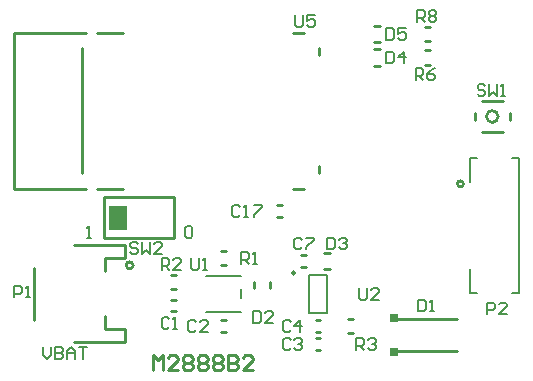
<source format=gbr>
%TF.GenerationSoftware,Altium Limited,Altium Designer,18.1.9 (240)*%
G04 Layer_Color=65535*
%FSLAX26Y26*%
%MOIN*%
%TF.FileFunction,Legend,Top*%
%TF.Part,Single*%
G01*
G75*
%TA.AperFunction,NonConductor*%
%ADD44C,0.009842*%
%ADD46C,0.010000*%
%ADD47C,0.007874*%
%ADD68R,0.059055X0.078740*%
%ADD69R,0.029528X0.027559*%
D44*
X976378Y344488D02*
G03*
X976378Y344488I-4921J0D01*
G01*
D46*
X1537402Y641732D02*
G03*
X1537402Y641732I-9842J0D01*
G01*
X1653543Y866142D02*
G03*
X1653543Y866142I-19685J0D01*
G01*
X437008Y370079D02*
G03*
X437008Y370079I-11811J0D01*
G01*
X338025Y596315D02*
X574245D01*
X338025Y462457D02*
Y596315D01*
Y462457D02*
X574245D01*
Y596315D01*
X917323Y531496D02*
X933071D01*
X917323Y570866D02*
X933071D01*
X40600Y625984D02*
Y704725D01*
Y1145669D01*
X265010Y677165D02*
Y1094488D01*
X969734Y625984D02*
X1005167D01*
X969734Y1145669D02*
X1005167D01*
X1056348Y677165D02*
Y700788D01*
Y1070866D02*
Y1094488D01*
X316191Y1145669D02*
X402805D01*
X40600D02*
X280758D01*
X316191Y625984D02*
X402805D01*
X40600D02*
X280758D01*
X1598425Y814961D02*
X1669291D01*
X1598425Y917323D02*
X1669291D01*
X1574803Y854331D02*
Y877953D01*
X1692913Y854331D02*
Y877953D01*
X1409449Y1039370D02*
X1425197D01*
X1409449Y1086614D02*
X1425197D01*
X1240158Y1090551D02*
X1259842D01*
X1240157Y1035433D02*
X1259842Y1035434D01*
X1240157Y1114173D02*
X1259842Y1114174D01*
X1240158Y1169291D02*
X1259842D01*
X1409449Y1118110D02*
X1425197D01*
X1409449Y1165354D02*
X1425197D01*
X106299Y188976D02*
Y362205D01*
X240157Y114173D02*
X409449D01*
Y157480D01*
X342520D02*
X409449D01*
X342520D02*
Y200787D01*
Y393701D02*
X409449D01*
X342520Y350394D02*
Y393701D01*
X240157Y437008D02*
X409449D01*
Y393701D02*
Y437008D01*
X1153543Y143701D02*
X1169291D01*
X1153543Y190945D02*
X1169291D01*
X1072834Y411417D02*
X1092519Y411418D01*
X1072834Y356300D02*
X1092519D01*
X1318898Y83858D02*
X1515748D01*
X1318898Y191732D02*
X1515748D01*
X1045275Y88583D02*
X1061023D01*
X1045275Y127953D02*
X1061023D01*
X1045275Y187008D02*
X1061023D01*
X1045275Y147638D02*
X1061023D01*
X996063Y403544D02*
X1011811D01*
X996063Y364174D02*
X1011811D01*
X730315Y147638D02*
X746063D01*
X730315Y187008D02*
X746063D01*
X838583Y295276D02*
Y314961D01*
X893700Y314961D02*
X893701Y295276D01*
X730315Y370079D02*
X746063D01*
X730315Y417323D02*
X746063D01*
X562992Y291339D02*
X578740D01*
X562992Y338583D02*
X578740D01*
X562992Y255905D02*
X578740D01*
X562992Y216536D02*
X578740D01*
X501969Y19685D02*
Y69669D01*
X518630Y53008D01*
X535291Y69669D01*
Y19685D01*
X585275D02*
X551952D01*
X585275Y53008D01*
Y61338D01*
X576944Y69669D01*
X560283D01*
X551952Y61338D01*
X601936D02*
X610267Y69669D01*
X626928D01*
X635259Y61338D01*
Y53008D01*
X626928Y44677D01*
X635259Y36346D01*
Y28016D01*
X626928Y19685D01*
X610267D01*
X601936Y28016D01*
Y36346D01*
X610267Y44677D01*
X601936Y53008D01*
Y61338D01*
X610267Y44677D02*
X626928D01*
X651920Y61338D02*
X660250Y69669D01*
X676912D01*
X685242Y61338D01*
Y53008D01*
X676912Y44677D01*
X685242Y36346D01*
Y28016D01*
X676912Y19685D01*
X660250D01*
X651920Y28016D01*
Y36346D01*
X660250Y44677D01*
X651920Y53008D01*
Y61338D01*
X660250Y44677D02*
X676912D01*
X701904Y61338D02*
X710234Y69669D01*
X726896D01*
X735226Y61338D01*
Y53008D01*
X726896Y44677D01*
X735226Y36346D01*
Y28016D01*
X726896Y19685D01*
X710234D01*
X701904Y28016D01*
Y36346D01*
X710234Y44677D01*
X701904Y53008D01*
Y61338D01*
X710234Y44677D02*
X726896D01*
X751888Y69669D02*
Y19685D01*
X776879D01*
X785210Y28016D01*
Y36346D01*
X776879Y44677D01*
X751888D01*
X776879D01*
X785210Y53008D01*
Y61338D01*
X776879Y69669D01*
X751888D01*
X835194Y19685D02*
X801871D01*
X835194Y53008D01*
Y61338D01*
X826863Y69669D01*
X810202D01*
X801871Y61338D01*
D47*
X1559055Y277559D02*
Y356299D01*
Y277559D02*
X1582677D01*
X1559055Y647638D02*
Y726378D01*
X1582677D01*
X1700787Y277559D02*
X1724409D01*
X1700787Y726378D02*
X1724409D01*
Y277559D02*
Y726378D01*
X1022638Y212599D02*
Y338583D01*
X1083661Y212599D02*
Y338583D01*
X1022638D02*
X1083661D01*
X1022638Y212599D02*
X1083661D01*
X679128Y215565D02*
X797238D01*
X797238Y290328D02*
X797238Y260329D01*
X679128Y335565D02*
X797238D01*
X608268Y493428D02*
X614827Y499987D01*
X627946D01*
X634506Y493428D01*
Y467190D01*
X627946Y460630D01*
X614827D01*
X608268Y467190D01*
Y493428D01*
X283465Y460630D02*
X296584D01*
X290024D01*
Y499987D01*
X283465Y493428D01*
X137795Y98412D02*
Y72174D01*
X150914Y59055D01*
X164034Y72174D01*
Y98412D01*
X177153D02*
Y59055D01*
X196831D01*
X203391Y65615D01*
Y72174D01*
X196831Y78734D01*
X177153D01*
X196831D01*
X203391Y85293D01*
Y91853D01*
X196831Y98412D01*
X177153D01*
X216510Y59055D02*
Y85293D01*
X229629Y98412D01*
X242748Y85293D01*
Y59055D01*
Y78734D01*
X216510D01*
X255867Y98412D02*
X282105D01*
X268986D01*
Y59055D01*
X453157Y440379D02*
X446598Y446938D01*
X433479D01*
X426919Y440379D01*
Y433819D01*
X433479Y427260D01*
X446598D01*
X453157Y420700D01*
Y414141D01*
X446598Y407581D01*
X433479D01*
X426919Y414141D01*
X466277Y446938D02*
Y407581D01*
X479396Y420700D01*
X492515Y407581D01*
Y446938D01*
X531872Y407581D02*
X505634D01*
X531872Y433819D01*
Y440379D01*
X525313Y446938D01*
X512194D01*
X505634Y440379D01*
X793955Y564294D02*
X787395Y570854D01*
X774276D01*
X767716Y564294D01*
Y538056D01*
X774276Y531496D01*
X787395D01*
X793955Y538056D01*
X807074Y531496D02*
X820193D01*
X813634D01*
Y570854D01*
X807074Y564294D01*
X839872Y570854D02*
X866110D01*
Y564294D01*
X839872Y538056D01*
Y531496D01*
X977412Y1204466D02*
Y1171668D01*
X983972Y1165108D01*
X997091D01*
X1003650Y1171668D01*
Y1204466D01*
X1043008D02*
X1016770D01*
Y1184787D01*
X1029889Y1191346D01*
X1036448D01*
X1043008Y1184787D01*
Y1171668D01*
X1036448Y1165108D01*
X1023329D01*
X1016770Y1171668D01*
X1616142Y206693D02*
Y246050D01*
X1635820D01*
X1642380Y239491D01*
Y226372D01*
X1635820Y219812D01*
X1616142D01*
X1681737Y206693D02*
X1655499D01*
X1681737Y232931D01*
Y239491D01*
X1675178Y246050D01*
X1662059D01*
X1655499Y239491D01*
X1190945Y295263D02*
Y262465D01*
X1197504Y255906D01*
X1210623D01*
X1217183Y262465D01*
Y295263D01*
X1256540Y255906D02*
X1230302D01*
X1256540Y282144D01*
Y288704D01*
X1249981Y295263D01*
X1236862D01*
X1230302Y288704D01*
X629921Y393688D02*
Y360890D01*
X636481Y354331D01*
X649600D01*
X656159Y360890D01*
Y393688D01*
X669279Y354331D02*
X682398D01*
X675838D01*
Y393688D01*
X669279Y387128D01*
X1610884Y967837D02*
X1604324Y974397D01*
X1591205D01*
X1584646Y967837D01*
Y961278D01*
X1591205Y954718D01*
X1604324D01*
X1610884Y948158D01*
Y941599D01*
X1604324Y935039D01*
X1591205D01*
X1584646Y941599D01*
X1624003Y974397D02*
Y935039D01*
X1637122Y948158D01*
X1650241Y935039D01*
Y974397D01*
X1663361Y935039D02*
X1676480D01*
X1669920D01*
Y974397D01*
X1663361Y967837D01*
X1381991Y1181102D02*
Y1220460D01*
X1401669D01*
X1408229Y1213900D01*
Y1200781D01*
X1401669Y1194222D01*
X1381991D01*
X1395110D02*
X1408229Y1181102D01*
X1421348Y1213900D02*
X1427908Y1220460D01*
X1441027D01*
X1447586Y1213900D01*
Y1207341D01*
X1441027Y1200781D01*
X1447586Y1194222D01*
Y1187662D01*
X1441027Y1181102D01*
X1427908D01*
X1421348Y1187662D01*
Y1194222D01*
X1427908Y1200781D01*
X1421348Y1207341D01*
Y1213900D01*
X1427908Y1200781D02*
X1441027D01*
X1377953Y987255D02*
Y1026612D01*
X1397631D01*
X1404191Y1020053D01*
Y1006933D01*
X1397631Y1000374D01*
X1377953D01*
X1391072D02*
X1404191Y987255D01*
X1443548Y1026612D02*
X1430429Y1020053D01*
X1417310Y1006933D01*
Y993814D01*
X1423870Y987255D01*
X1436989D01*
X1443548Y993814D01*
Y1000374D01*
X1436989Y1006933D01*
X1417310D01*
X1181102Y88583D02*
Y127940D01*
X1200781D01*
X1207341Y121380D01*
Y108261D01*
X1200781Y101702D01*
X1181102D01*
X1194222D02*
X1207341Y88583D01*
X1220460Y121380D02*
X1227019Y127940D01*
X1240139D01*
X1246698Y121380D01*
Y114821D01*
X1240139Y108261D01*
X1233579D01*
X1240139D01*
X1246698Y101702D01*
Y95142D01*
X1240139Y88583D01*
X1227019D01*
X1220460Y95142D01*
X531496Y354331D02*
Y393688D01*
X551175D01*
X557734Y387128D01*
Y374009D01*
X551175Y367450D01*
X531496D01*
X544615D02*
X557734Y354331D01*
X597092D02*
X570853D01*
X597092Y380569D01*
Y387128D01*
X590532Y393688D01*
X577413D01*
X570853Y387128D01*
X797244Y374016D02*
Y413373D01*
X816923D01*
X823482Y406813D01*
Y393694D01*
X816923Y387135D01*
X797244D01*
X810363D02*
X823482Y374016D01*
X836601D02*
X849721D01*
X843161D01*
Y413373D01*
X836601Y406813D01*
X39162Y262796D02*
Y302153D01*
X58841D01*
X65400Y295593D01*
Y282474D01*
X58841Y275915D01*
X39162D01*
X78520Y262796D02*
X91639D01*
X85079D01*
Y302153D01*
X78520Y295593D01*
X1279527Y1161405D02*
Y1122047D01*
X1299206D01*
X1305766Y1128607D01*
Y1154845D01*
X1299206Y1161405D01*
X1279527D01*
X1345123D02*
X1318885D01*
Y1141726D01*
X1332004Y1148285D01*
X1338564D01*
X1345123Y1141726D01*
Y1128607D01*
X1338564Y1122047D01*
X1325445D01*
X1318885Y1128607D01*
X1279528Y1082665D02*
Y1043307D01*
X1299206D01*
X1305766Y1049867D01*
Y1076105D01*
X1299206Y1082665D01*
X1279528D01*
X1338564Y1043307D02*
Y1082665D01*
X1318885Y1062986D01*
X1345123D01*
X1082677Y462586D02*
Y423229D01*
X1102356D01*
X1108915Y429788D01*
Y456026D01*
X1102356Y462586D01*
X1082677D01*
X1122034Y456026D02*
X1128594Y462586D01*
X1141713D01*
X1148273Y456026D01*
Y449467D01*
X1141713Y442907D01*
X1135153D01*
X1141713D01*
X1148273Y436348D01*
Y429788D01*
X1141713Y423229D01*
X1128594D01*
X1122034Y429788D01*
X836614Y216523D02*
Y177165D01*
X856293D01*
X862852Y183725D01*
Y209963D01*
X856293Y216523D01*
X836614D01*
X902210Y177165D02*
X875972D01*
X902210Y203404D01*
Y209963D01*
X895650Y216523D01*
X882531D01*
X875972Y209963D01*
X1387795Y255893D02*
Y216535D01*
X1407474D01*
X1414033Y223095D01*
Y249333D01*
X1407474Y255893D01*
X1387795D01*
X1427153Y216535D02*
X1440272D01*
X1433712D01*
Y255893D01*
X1427153Y249333D01*
X1000647Y456026D02*
X994088Y462586D01*
X980969D01*
X974409Y456026D01*
Y429788D01*
X980969Y423229D01*
X994088D01*
X1000647Y429788D01*
X1013766Y462586D02*
X1040005D01*
Y456026D01*
X1013766Y429788D01*
Y423229D01*
X961277Y180436D02*
X954718Y186995D01*
X941599D01*
X935039Y180436D01*
Y154198D01*
X941599Y147638D01*
X954718D01*
X961277Y154198D01*
X994075Y147638D02*
Y186995D01*
X974396Y167317D01*
X1000635D01*
X961277Y121381D02*
X954718Y127940D01*
X941599D01*
X935039Y121381D01*
Y95143D01*
X941599Y88583D01*
X954718D01*
X961277Y95143D01*
X974396Y121381D02*
X980956Y127940D01*
X994075D01*
X1000635Y121381D01*
Y114821D01*
X994075Y108262D01*
X987516D01*
X994075D01*
X1000635Y101702D01*
Y95143D01*
X994075Y88583D01*
X980956D01*
X974396Y95143D01*
X646317Y180436D02*
X639757Y186995D01*
X626638D01*
X620079Y180436D01*
Y154197D01*
X626638Y147638D01*
X639757D01*
X646317Y154197D01*
X685674Y147638D02*
X659436D01*
X685674Y173876D01*
Y180436D01*
X679115Y186995D01*
X665996D01*
X659436Y180436D01*
X557734Y190278D02*
X551175Y196838D01*
X538056D01*
X531496Y190278D01*
Y164040D01*
X538056Y157480D01*
X551175D01*
X557734Y164040D01*
X570854Y157480D02*
X583973D01*
X577413D01*
Y196838D01*
X570854Y190278D01*
D68*
X387237Y529386D02*
D03*
D69*
X1306099Y80708D02*
D03*
X1306100Y194880D02*
D03*
%TF.MD5,4f11cda7e499e7996715c44807ab00a8*%
M02*

</source>
